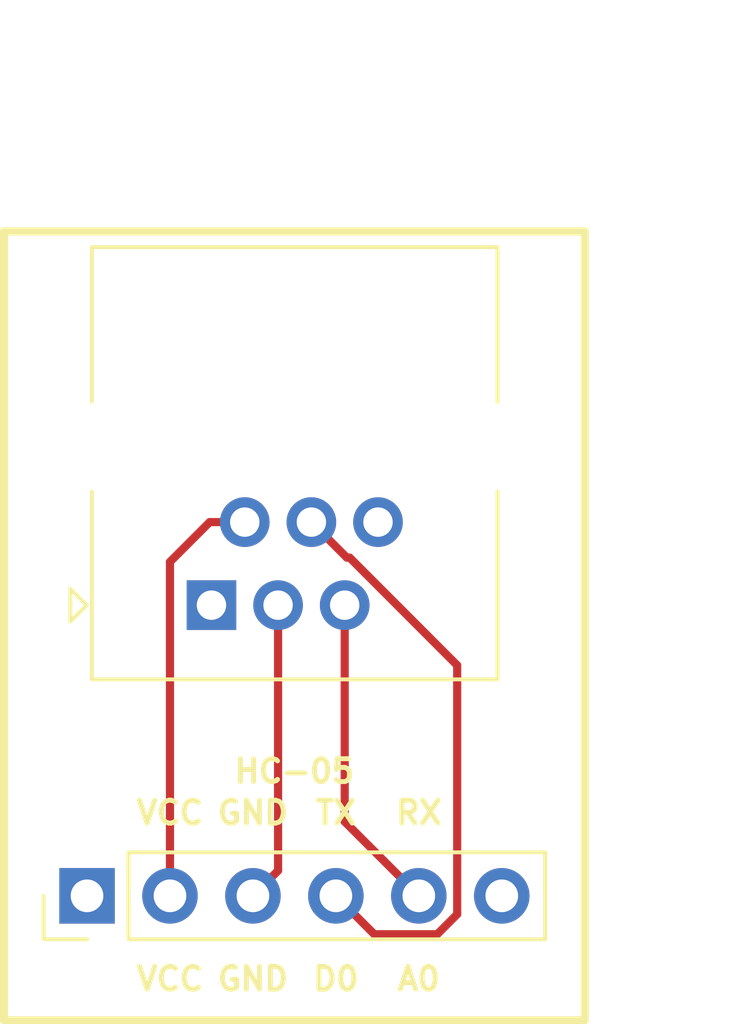
<source format=kicad_pcb>
(kicad_pcb (version 20171130) (host pcbnew 5.1.5+dfsg1-2build2)

  (general
    (thickness 1.6)
    (drawings 15)
    (tracks 16)
    (zones 0)
    (modules 2)
    (nets 5)
  )

  (page A4)
  (layers
    (0 F.Cu signal)
    (31 B.Cu signal)
    (32 B.Adhes user)
    (33 F.Adhes user)
    (34 B.Paste user)
    (35 F.Paste user)
    (36 B.SilkS user)
    (37 F.SilkS user)
    (38 B.Mask user)
    (39 F.Mask user)
    (40 Dwgs.User user)
    (41 Cmts.User user)
    (42 Eco1.User user)
    (43 Eco2.User user)
    (44 Edge.Cuts user)
    (45 Margin user)
    (46 B.CrtYd user)
    (47 F.CrtYd user)
    (48 B.Fab user)
    (49 F.Fab user hide)
  )

  (setup
    (last_trace_width 0.25)
    (trace_clearance 0.2)
    (zone_clearance 0.508)
    (zone_45_only no)
    (trace_min 0.2)
    (via_size 0.8)
    (via_drill 0.4)
    (via_min_size 0.4)
    (via_min_drill 0.3)
    (uvia_size 0.3)
    (uvia_drill 0.1)
    (uvias_allowed no)
    (uvia_min_size 0.2)
    (uvia_min_drill 0.1)
    (edge_width 0.05)
    (segment_width 0.2)
    (pcb_text_width 0.3)
    (pcb_text_size 1.5 1.5)
    (mod_edge_width 0.12)
    (mod_text_size 1 1)
    (mod_text_width 0.15)
    (pad_size 1.7 1.7)
    (pad_drill 1)
    (pad_to_mask_clearance 0.051)
    (solder_mask_min_width 0.25)
    (aux_axis_origin 0 0)
    (visible_elements FFFFFF7F)
    (pcbplotparams
      (layerselection 0x010fc_ffffffff)
      (usegerberextensions false)
      (usegerberattributes false)
      (usegerberadvancedattributes false)
      (creategerberjobfile false)
      (excludeedgelayer true)
      (linewidth 0.100000)
      (plotframeref false)
      (viasonmask false)
      (mode 1)
      (useauxorigin false)
      (hpglpennumber 1)
      (hpglpenspeed 20)
      (hpglpendiameter 15.000000)
      (psnegative false)
      (psa4output false)
      (plotreference true)
      (plotvalue true)
      (plotinvisibletext false)
      (padsonsilk false)
      (subtractmaskfromsilk false)
      (outputformat 1)
      (mirror false)
      (drillshape 0)
      (scaleselection 1)
      (outputdirectory ""))
  )

  (net 0 "")
  (net 1 /D0)
  (net 2 /GND)
  (net 3 /VCC)
  (net 4 /A0)

  (net_class Default "Esta es la clase de red por defecto."
    (clearance 0.2)
    (trace_width 0.25)
    (via_dia 0.8)
    (via_drill 0.4)
    (uvia_dia 0.3)
    (uvia_drill 0.1)
    (add_net /A0)
    (add_net /D0)
    (add_net /GND)
    (add_net /VCC)
  )

  (module Connector_PinHeader_2.54mm:PinHeader_1x06_P2.54mm_Vertical (layer F.Cu) (tedit 59FED5CC) (tstamp 5F584609)
    (at 111.76 104.14 90)
    (descr "Through hole straight pin header, 1x06, 2.54mm pitch, single row")
    (tags "Through hole pin header THT 1x06 2.54mm single row")
    (path /5F63076B)
    (fp_text reference J2 (at 0 -2.33 90) (layer F.SilkS) hide
      (effects (font (size 1 1) (thickness 0.15)))
    )
    (fp_text value HC-05 (at 0 15.03 90) (layer F.Fab)
      (effects (font (size 1 1) (thickness 0.15)))
    )
    (fp_text user %R (at 0 6.35) (layer F.Fab)
      (effects (font (size 1 1) (thickness 0.15)))
    )
    (fp_line (start 1.8 -1.8) (end -1.8 -1.8) (layer F.CrtYd) (width 0.05))
    (fp_line (start 1.8 14.5) (end 1.8 -1.8) (layer F.CrtYd) (width 0.05))
    (fp_line (start -1.8 14.5) (end 1.8 14.5) (layer F.CrtYd) (width 0.05))
    (fp_line (start -1.8 -1.8) (end -1.8 14.5) (layer F.CrtYd) (width 0.05))
    (fp_line (start -1.33 -1.33) (end 0 -1.33) (layer F.SilkS) (width 0.12))
    (fp_line (start -1.33 0) (end -1.33 -1.33) (layer F.SilkS) (width 0.12))
    (fp_line (start -1.33 1.27) (end 1.33 1.27) (layer F.SilkS) (width 0.12))
    (fp_line (start 1.33 1.27) (end 1.33 14.03) (layer F.SilkS) (width 0.12))
    (fp_line (start -1.33 1.27) (end -1.33 14.03) (layer F.SilkS) (width 0.12))
    (fp_line (start -1.33 14.03) (end 1.33 14.03) (layer F.SilkS) (width 0.12))
    (fp_line (start -1.27 -0.635) (end -0.635 -1.27) (layer F.Fab) (width 0.1))
    (fp_line (start -1.27 13.97) (end -1.27 -0.635) (layer F.Fab) (width 0.1))
    (fp_line (start 1.27 13.97) (end -1.27 13.97) (layer F.Fab) (width 0.1))
    (fp_line (start 1.27 -1.27) (end 1.27 13.97) (layer F.Fab) (width 0.1))
    (fp_line (start -0.635 -1.27) (end 1.27 -1.27) (layer F.Fab) (width 0.1))
    (pad 6 thru_hole oval (at 0 12.7 90) (size 1.7 1.7) (drill 1) (layers *.Cu *.Mask))
    (pad 5 thru_hole oval (at 0 10.16 90) (size 1.7 1.7) (drill 1) (layers *.Cu *.Mask)
      (net 4 /A0))
    (pad 4 thru_hole oval (at 0 7.62 90) (size 1.7 1.7) (drill 1) (layers *.Cu *.Mask)
      (net 1 /D0))
    (pad 3 thru_hole oval (at 0 5.08 90) (size 1.7 1.7) (drill 1) (layers *.Cu *.Mask)
      (net 2 /GND))
    (pad 2 thru_hole oval (at 0 2.54 90) (size 1.7 1.7) (drill 1) (layers *.Cu *.Mask)
      (net 3 /VCC))
    (pad 1 thru_hole rect (at 0 0 90) (size 1.7 1.7) (drill 1) (layers *.Cu *.Mask))
    (model ${KISYS3DMOD}/Connector_PinHeader_2.54mm.3dshapes/PinHeader_1x06_P2.54mm_Vertical.wrl
      (at (xyz 0 0 0))
      (scale (xyz 1 1 1))
      (rotate (xyz 0 0 0))
    )
  )

  (module Connector_RJ:RJ25_Wayconn_MJEA-660X1_Horizontal (layer F.Cu) (tedit 5DC188C6) (tstamp 5F581B7E)
    (at 115.57 95.25 180)
    (descr "RJ25 6P6C Socket 90 degrees, https://wayconn.com/wp-content/themes/way/datasheet/MJEA-660X1XXX_RJ25_6P6C_PCB_RA.pdf")
    (tags "RJ12 RJ18 RJ25 jack connector 6P6C")
    (path /5F610ACD)
    (fp_text reference J1 (at -6.985 -3.175) (layer F.SilkS) hide
      (effects (font (size 1 1) (thickness 0.15)))
    )
    (fp_text value RJ9 (at -2.55 12.315) (layer F.Fab)
      (effects (font (size 1 1) (thickness 0.15)))
    )
    (fp_line (start 4.32 -0.5) (end 4.32 0.5) (layer F.SilkS) (width 0.12))
    (fp_line (start 4.32 -0.5) (end 3.82 0) (layer F.SilkS) (width 0.12))
    (fp_line (start 3.82 0) (end 4.32 0.5) (layer F.SilkS) (width 0.12))
    (fp_line (start 3.05 0) (end 3.55 0.5) (layer F.Fab) (width 0.1))
    (fp_line (start 3.55 -0.5) (end 3.05 0) (layer F.Fab) (width 0.1))
    (fp_line (start 3.55 -2.16) (end 3.55 -0.5) (layer F.Fab) (width 0.1))
    (fp_line (start 3.55 0.5) (end 3.55 3.47) (layer F.Fab) (width 0.1))
    (fp_line (start -8.65 -2.16) (end 3.55 -2.16) (layer F.Fab) (width 0.1))
    (fp_line (start -8.65 6.22) (end -8.65 10.84) (layer F.Fab) (width 0.1))
    (fp_line (start 3.55 6.22) (end 3.55 10.84) (layer F.Fab) (width 0.1))
    (fp_line (start -8.65 10.84) (end 3.55 10.84) (layer F.Fab) (width 0.1))
    (fp_line (start -8.65 -2.16) (end -8.65 3.47) (layer F.Fab) (width 0.1))
    (fp_text user %R (at -2.55 4.445) (layer F.Fab)
      (effects (font (size 1 1) (thickness 0.15)))
    )
    (fp_line (start 5.1 11.34) (end -10.2 11.34) (layer F.CrtYd) (width 0.05))
    (fp_line (start 5.1 11.34) (end 5.1 -2.66) (layer F.CrtYd) (width 0.05))
    (fp_line (start -10.2 -2.66) (end -10.2 11.34) (layer F.CrtYd) (width 0.05))
    (fp_line (start -10.2 -2.66) (end 5.1 -2.66) (layer F.CrtYd) (width 0.05))
    (fp_line (start 3.66 6.22) (end 3.66 10.95) (layer F.SilkS) (width 0.12))
    (fp_line (start -8.76 6.22) (end -8.76 10.95) (layer F.SilkS) (width 0.12))
    (fp_line (start -8.76 -2.27) (end 3.66 -2.27) (layer F.SilkS) (width 0.12))
    (fp_line (start -8.76 10.95) (end 3.66 10.95) (layer F.SilkS) (width 0.12))
    (fp_line (start 3.66 -2.27) (end 3.66 3.47) (layer F.SilkS) (width 0.12))
    (fp_line (start -8.76 -2.27) (end -8.76 3.47) (layer F.SilkS) (width 0.12))
    (pad "" np_thru_hole circle (at -8.55 4.84 180) (size 2.3 2.3) (drill 2.3) (layers *.Cu *.Mask))
    (pad "" np_thru_hole circle (at 3.45 4.84 180) (size 2.3 2.3) (drill 2.3) (layers *.Cu *.Mask))
    (pad 6 thru_hole circle (at -5.1 2.54 180) (size 1.52 1.52) (drill 0.9) (layers *.Cu *.Mask))
    (pad 5 thru_hole circle (at -4.08 0 180) (size 1.52 1.52) (drill 0.9) (layers *.Cu *.Mask)
      (net 4 /A0))
    (pad 4 thru_hole circle (at -3.06 2.54 180) (size 1.52 1.52) (drill 0.9) (layers *.Cu *.Mask)
      (net 1 /D0))
    (pad 3 thru_hole circle (at -2.04 0 180) (size 1.52 1.52) (drill 0.9) (layers *.Cu *.Mask)
      (net 2 /GND))
    (pad 2 thru_hole circle (at -1.02 2.54 180) (size 1.52 1.52) (drill 0.9) (layers *.Cu *.Mask)
      (net 3 /VCC))
    (pad 1 thru_hole rect (at 0 0 180) (size 1.52 1.52) (drill 0.9) (layers *.Cu *.Mask))
    (model ${KISYS3DMOD}/Connector_RJ.3dshapes/RJ25_Wayconn_MJEA-660X1_Horizontal.wrl
      (at (xyz 0 0 0))
      (scale (xyz 1 1 1))
      (rotate (xyz 0 0 0))
    )
  )

  (gr_text A0 (at 121.92 106.68) (layer F.SilkS) (tstamp 5F5848F9)
    (effects (font (size 0.7 0.7) (thickness 0.15)))
  )
  (gr_text D0 (at 119.38 106.68) (layer F.SilkS) (tstamp 5F5848F4)
    (effects (font (size 0.7 0.7) (thickness 0.15)))
  )
  (gr_text GND (at 116.84 106.68) (layer F.SilkS) (tstamp 5F5848F1)
    (effects (font (size 0.7 0.7) (thickness 0.15)))
  )
  (gr_text VCC (at 114.3 106.68) (layer F.SilkS) (tstamp 5F5848EE)
    (effects (font (size 0.7 0.7) (thickness 0.15)))
  )
  (gr_text HC-05 (at 118.11 100.33) (layer F.SilkS) (tstamp 5F583532)
    (effects (font (size 0.7 0.7) (thickness 0.15)))
  )
  (dimension 17.78 (width 0.15) (layer Dwgs.User)
    (gr_text "17,780 mm" (at 118.11 77.44) (layer Dwgs.User)
      (effects (font (size 1 1) (thickness 0.15)))
    )
    (feature1 (pts (xy 127 81.28) (xy 127 78.153579)))
    (feature2 (pts (xy 109.22 81.28) (xy 109.22 78.153579)))
    (crossbar (pts (xy 109.22 78.74) (xy 127 78.74)))
    (arrow1a (pts (xy 127 78.74) (xy 125.873496 79.326421)))
    (arrow1b (pts (xy 127 78.74) (xy 125.873496 78.153579)))
    (arrow2a (pts (xy 109.22 78.74) (xy 110.346504 79.326421)))
    (arrow2b (pts (xy 109.22 78.74) (xy 110.346504 78.153579)))
  )
  (dimension 24.13 (width 0.15) (layer Dwgs.User)
    (gr_text "24,130 mm" (at 128.24 95.885 270) (layer Dwgs.User)
      (effects (font (size 1 1) (thickness 0.15)))
    )
    (feature1 (pts (xy 129.54 107.95) (xy 128.953579 107.95)))
    (feature2 (pts (xy 129.54 83.82) (xy 128.953579 83.82)))
    (crossbar (pts (xy 129.54 83.82) (xy 129.54 107.95)))
    (arrow1a (pts (xy 129.54 107.95) (xy 128.953579 106.823496)))
    (arrow1b (pts (xy 129.54 107.95) (xy 130.126421 106.823496)))
    (arrow2a (pts (xy 129.54 83.82) (xy 128.953579 84.946504)))
    (arrow2b (pts (xy 129.54 83.82) (xy 130.126421 84.946504)))
  )
  (gr_text RX (at 121.92 101.6) (layer F.SilkS) (tstamp 5F582888)
    (effects (font (size 0.7 0.7) (thickness 0.15)))
  )
  (gr_text TX (at 119.38 101.6) (layer F.SilkS) (tstamp 5F582886)
    (effects (font (size 0.7 0.7) (thickness 0.15)))
  )
  (gr_text VCC (at 114.3 101.6) (layer F.SilkS) (tstamp 5F582884)
    (effects (font (size 0.7 0.7) (thickness 0.15)))
  )
  (gr_text GND (at 116.84 101.6) (layer F.SilkS) (tstamp 5F58286C)
    (effects (font (size 0.7 0.7) (thickness 0.15)))
  )
  (gr_line (start 127 83.82) (end 109.22 83.82) (layer F.SilkS) (width 0.25) (tstamp 5F5824A1))
  (gr_line (start 127 107.95) (end 127 83.82) (layer F.SilkS) (width 0.25))
  (gr_line (start 109.22 107.95) (end 127 107.95) (layer F.SilkS) (width 0.25))
  (gr_line (start 109.22 83.82) (end 109.22 107.95) (layer F.SilkS) (width 0.25))

  (segment (start 120.229999 104.989999) (end 119.38 104.14) (width 0.25) (layer F.Cu) (net 1))
  (segment (start 122.484001 105.315001) (end 120.555001 105.315001) (width 0.25) (layer F.Cu) (net 1))
  (segment (start 123.095001 104.704001) (end 122.484001 105.315001) (width 0.25) (layer F.Cu) (net 1))
  (segment (start 123.095001 97.089199) (end 123.095001 104.704001) (width 0.25) (layer F.Cu) (net 1))
  (segment (start 119.800803 93.795001) (end 123.095001 97.089199) (width 0.25) (layer F.Cu) (net 1))
  (segment (start 120.555001 105.315001) (end 120.229999 104.989999) (width 0.25) (layer F.Cu) (net 1))
  (segment (start 119.715001 93.795001) (end 119.800803 93.795001) (width 0.25) (layer F.Cu) (net 1))
  (segment (start 118.63 92.71) (end 119.715001 93.795001) (width 0.25) (layer F.Cu) (net 1))
  (segment (start 117.61 103.37) (end 116.84 104.14) (width 0.25) (layer F.Cu) (net 2))
  (segment (start 117.61 95.25) (end 117.61 103.37) (width 0.25) (layer F.Cu) (net 2))
  (segment (start 114.3 102.937919) (end 114.3 104.14) (width 0.25) (layer F.Cu) (net 3))
  (segment (start 115.515198 92.71) (end 114.3 93.925198) (width 0.25) (layer F.Cu) (net 3))
  (segment (start 114.3 93.925198) (end 114.3 102.937919) (width 0.25) (layer F.Cu) (net 3))
  (segment (start 116.59 92.71) (end 115.515198 92.71) (width 0.25) (layer F.Cu) (net 3))
  (segment (start 119.65 101.87) (end 121.92 104.14) (width 0.25) (layer F.Cu) (net 4))
  (segment (start 119.65 95.25) (end 119.65 101.87) (width 0.25) (layer F.Cu) (net 4))

)

</source>
